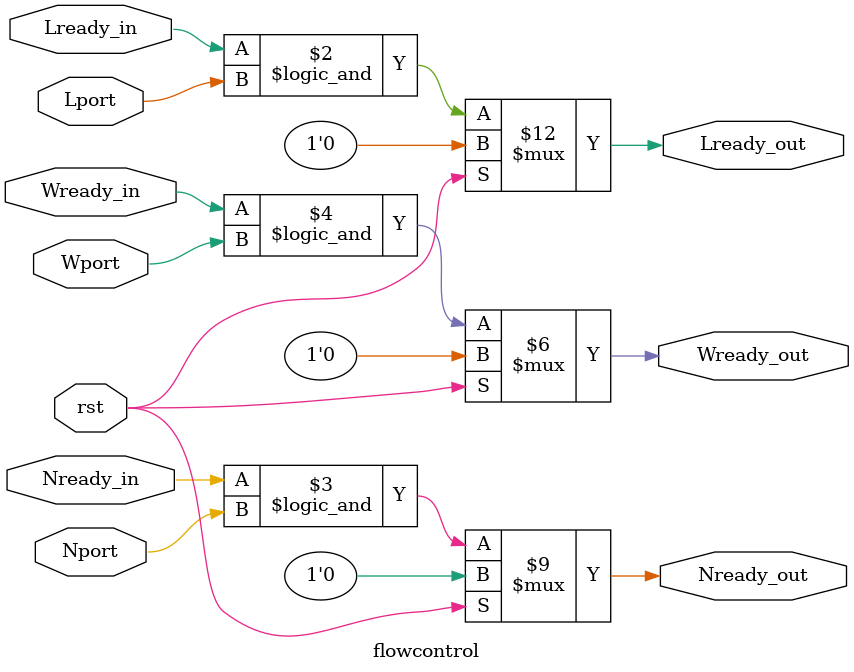
<source format=v>
/********************
* Filename:     flowcontrol.v
* Description:  Flow control mechanism is established between the INPUT and OUTPUT FIFO so that input FIFO does not receive any further data 
                for the particular output direction if it is not ready to accept data
*
* $Revision: 38 $
* $Id: flowcontrol.v 38 2016-02-20 17:24:53Z ranga $
* $Date: 2016-02-20 19:24:53 +0200 (Sat, 20 Feb 2016) $
* $Author: ranga $
*********************/

module flowcontrol(rst, 
                    Nport, Wport, Lport, 
                    Lready_in, Nready_in, Wready_in, 
                    Lready_out, Nready_out, Wready_out
                  );
  
  input       rst;
  input       Nport, Wport, Lport;
  input       Lready_in, Nready_in, Wready_in;
  
  output reg  Lready_out, Nready_out, Wready_out;                // Ready signal sent from LBDR to Arbiter
    
  // Ready_out is asserted whenever the selected output port and the corresponding output FIFO is also ready enough
  always @(rst, Lready_in, Nready_in, Wready_in, Lport, Nport, Wport, Lready_out, Nready_out, Wready_out) begin
    if (rst) begin
      Lready_out <= 1'b0;
      Nready_out <= 1'b0;
      Wready_out <= 1'b0;
    end
    else begin
      Lready_out <= Lready_in && Lport;
      Nready_out <= Nready_in && Nport;
      Wready_out <= Wready_in && Wport;
    end
  end
  
endmodule
</source>
